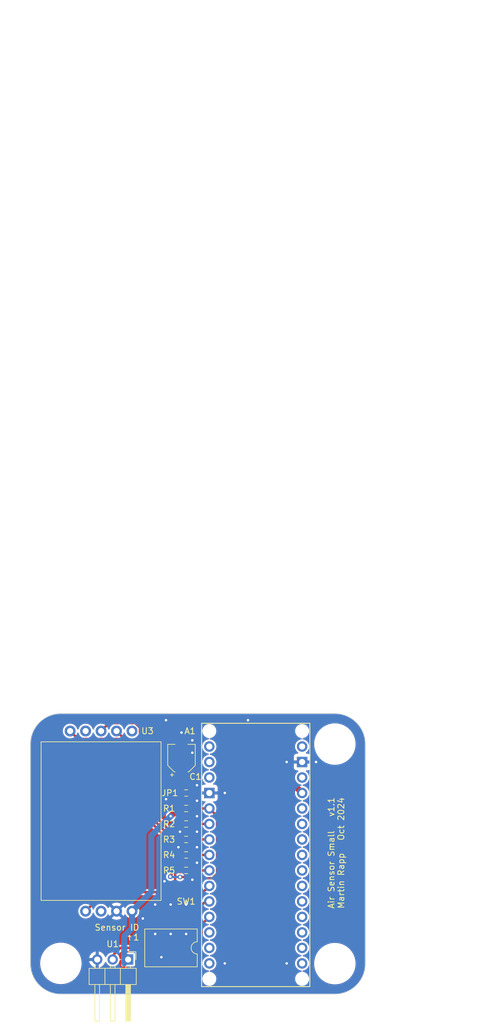
<source format=kicad_pcb>
(kicad_pcb (version 20240108) (generator "pcbnew") (generator_version "8.0")
  (title_block (comment 4 "AISLER Project ID: QGKEGWHW"))
  (layers (0 "F.Cu" signal) (31 "B.Cu" signal) (34 "B.Paste" user) (35 "F.Paste" user) (36 "B.SilkS" user "B.Silkscreen") (37 "F.SilkS" user "F.Silkscreen") (38 "B.Mask" user) (39 "F.Mask" user) (44 "Edge.Cuts" user))
  (net 0 "")
  (net 12 "CO2_TX")
  (net 13 "CO2_RX")
  (net 14 "CO2_PWM")
  (net 15 "CO2_CALIB")
  (net 16 "SENSORID1")
  (net 17 "SENSORID2")
  (net 18 "SENSORID3")
  (net 25 "+5V")
  (net 26 "GND")
  (net 27 "TEMP_HUM")
  (net 28 "Net-(U3-PWM)")
  (net 29 "Net-(U3-Rx)")
  (net 30 "Net-(U3-Tx)")
  (net 34 "Net-(JP1-B)")
  (footprint "PCM_arduino-library:Arduino_Nano_ESP32_Socket" (layer "F.Cu") (at 127 191.77)
    (property "Reference" "A1" (at -10.795 -41.91 0) (layer "F.SilkS"))
    (property "Value" "Arduino_Nano_ESP32_Socket")
    (fp_line (start -8.89 -43.18) (end -8.89 0) (stroke (width 0.15)) (layer "F.SilkS"))
    (fp_line (start -8.89 -43.18) (end 8.89 -43.18) (stroke (width 0.15)) (layer "F.SilkS"))
    (fp_line (start -8.89 0) (end 8.89 0) (stroke (width 0.15)) (layer "F.SilkS"))
    (fp_line (start 8.89 -43.18) (end 8.89 0) (stroke (width 0.15)) (layer "F.SilkS"))
    (pad "" np_thru_hole circle (at -7.62 -41.91) (size 1.8 1.8) (drill 1.8) (layers "*.Cu" "*.Mask"))
    (pad "" np_thru_hole circle (at -7.62 -1.27) (size 1.8 1.8) (drill 1.8) (layers "*.Cu" "*.Mask"))
    (pad "" np_thru_hole circle (at 7.62 -41.91) (size 1.8 1.8) (drill 1.8) (layers "*.Cu" "*.Mask"))
    (pad "" np_thru_hole circle (at 7.62 -1.27) (size 1.8 1.8) (drill 1.8) (layers "*.Cu" "*.Mask"))
    (pad "3V3" thru_hole circle (at 7.62 -6.35) (size 1.7272 1.7272) (drill 1.016) (layers "*.Cu" "*.Mask" "In1.Cu" "In2.Cu" "In3.Cu" "In4.Cu" "In5.Cu" "In6.Cu" "In7.Cu" "In8.Cu" "In9.Cu" "In10.Cu" "In11.Cu" "In12.Cu" "In13.Cu" "In14.Cu" "In15.Cu" "In16.Cu" "In17.Cu" "In18.Cu" "In19.Cu" "In20.Cu" "In21.Cu" "In22.Cu" "In23.Cu" "In24.Cu" "In25.Cu" "In26.Cu" "In27.Cu" "In28.Cu" "In29.Cu" "In30.Cu"))
    (pad "5V" thru_hole circle (at 7.62 -31.75) (size 1.7272 1.7272) (drill 1.016) (layers "*.Cu" "*.Mask" "In1.Cu" "In2.Cu" "In3.Cu" "In4.Cu" "In5.Cu" "In6.Cu" "In7.Cu" "In8.Cu" "In9.Cu" "In10.Cu" "In11.Cu" "In12.Cu" "In13.Cu" "In14.Cu" "In15.Cu" "In16.Cu" "In17.Cu" "In18.Cu" "In19.Cu" "In20.Cu" "In21.Cu" "In22.Cu" "In23.Cu" "In24.Cu" "In25.Cu" "In26.Cu" "In27.Cu" "In28.Cu" "In29.Cu" "In30.Cu") (net 34 "Net-(JP1-B)"))
    (pad "A0" thru_hole circle (at 7.62 -11.43) (size 1.7272 1.7272) (drill 1.016) (layers "*.Cu" "*.Mask" "In1.Cu" "In2.Cu" "In3.Cu" "In4.Cu" "In5.Cu" "In6.Cu" "In7.Cu" "In8.Cu" "In9.Cu" "In10.Cu" "In11.Cu" "In12.Cu" "In13.Cu" "In14.Cu" "In15.Cu" "In16.Cu" "In17.Cu" "In18.Cu" "In19.Cu" "In20.Cu" "In21.Cu" "In22.Cu" "In23.Cu" "In24.Cu" "In25.Cu" "In26.Cu" "In27.Cu" "In28.Cu" "In29.Cu" "In30.Cu"))
    (pad "A1" thru_hole circle (at 7.62 -13.97) (size 1.7272 1.7272) (drill 1.016) (layers "*.Cu" "*.Mask" "In1.Cu" "In2.Cu" "In3.Cu" "In4.Cu" "In5.Cu" "In6.Cu" "In7.Cu" "In8.Cu" "In9.Cu" "In10.Cu" "In11.Cu" "In12.Cu" "In13.Cu" "In14.Cu" "In15.Cu" "In16.Cu" "In17.Cu" "In18.Cu" "In19.Cu" "In20.Cu" "In21.Cu" "In22.Cu" "In23.Cu" "In24.Cu" "In25.Cu" "In26.Cu" "In27.Cu" "In28.Cu" "In29.Cu" "In30.Cu"))
    (pad "A2" thru_hole circle (at 7.62 -16.51) (size 1.7272 1.7272) (drill 1.016) (layers "*.Cu" "*.Mask" "In1.Cu" "In2.Cu" "In3.Cu" "In4.Cu" "In5.Cu" "In6.Cu" "In7.Cu" "In8.Cu" "In9.Cu" "In10.Cu" "In11.Cu" "In12.Cu" "In13.Cu" "In14.Cu" "In15.Cu" "In16.Cu" "In17.Cu" "In18.Cu" "In19.Cu" "In20.Cu" "In21.Cu" "In22.Cu" "In23.Cu" "In24.Cu" "In25.Cu" "In26.Cu" "In27.Cu" "In28.Cu" "In29.Cu" "In30.Cu"))
    (pad "A3" thru_hole circle (at 7.62 -19.05) (size 1.7272 1.7272) (drill 1.016) (layers "*.Cu" "*.Mask" "In1.Cu" "In2.Cu" "In3.Cu" "In4.Cu" "In5.Cu" "In6.Cu" "In7.Cu" "In8.Cu" "In9.Cu" "In10.Cu" "In11.Cu" "In12.Cu" "In13.Cu" "In14.Cu" "In15.Cu" "In16.Cu" "In17.Cu" "In18.Cu" "In19.Cu" "In20.Cu" "In21.Cu" "In22.Cu" "In23.Cu" "In24.Cu" "In25.Cu" "In26.Cu" "In27.Cu" "In28.Cu" "In29.Cu" "In30.Cu"))
    (pad "A4" thru_hole circle (at 7.62 -21.59) (size 1.7272 1.7272) (drill 1.016) (layers "*.Cu" "*.Mask" "In1.Cu" "In2.Cu" "In3.Cu" "In4.Cu" "In5.Cu" "In6.Cu" "In7.Cu" "In8.Cu" "In9.Cu" "In10.Cu" "In11.Cu" "In12.Cu" "In13.Cu" "In14.Cu" "In15.Cu" "In16.Cu" "In17.Cu" "In18.Cu" "In19.Cu" "In20.Cu" "In21.Cu" "In22.Cu" "In23.Cu" "In24.Cu" "In25.Cu" "In26.Cu" "In27.Cu" "In28.Cu" "In29.Cu" "In30.Cu"))
    (pad "A5" thru_hole circle (at 7.62 -24.13) (size 1.7272 1.7272) (drill 1.016) (layers "*.Cu" "*.Mask" "In1.Cu" "In2.Cu" "In3.Cu" "In4.Cu" "In5.Cu" "In6.Cu" "In7.Cu" "In8.Cu" "In9.Cu" "In10.Cu" "In11.Cu" "In12.Cu" "In13.Cu" "In14.Cu" "In15.Cu" "In16.Cu" "In17.Cu" "In18.Cu" "In19.Cu" "In20.Cu" "In21.Cu" "In22.Cu" "In23.Cu" "In24.Cu" "In25.Cu" "In26.Cu" "In27.Cu" "In28.Cu" "In29.Cu" "In30.Cu"))
    (pad "A6" thru_hole circle (at 7.62 -26.67) (size 1.7272 1.7272) (drill 1.016) (layers "*.Cu" "*.Mask" "In1.Cu" "In2.Cu" "In3.Cu" "In4.Cu" "In5.Cu" "In6.Cu" "In7.Cu" "In8.Cu" "In9.Cu" "In10.Cu" "In11.Cu" "In12.Cu" "In13.Cu" "In14.Cu" "In15.Cu" "In16.Cu" "In17.Cu" "In18.Cu" "In19.Cu" "In20.Cu" "In21.Cu" "In22.Cu" "In23.Cu" "In24.Cu" "In25.Cu" "In26.Cu" "In27.Cu" "In28.Cu" "In29.Cu" "In30.Cu"))
    (pad "A7" thru_hole circle (at 7.62 -29.21) (size 1.7272 1.7272) (drill 1.016) (layers "*.Cu" "*.Mask" "In1.Cu" "In2.Cu" "In3.Cu" "In4.Cu" "In5.Cu" "In6.Cu" "In7.Cu" "In8.Cu" "In9.Cu" "In10.Cu" "In11.Cu" "In12.Cu" "In13.Cu" "In14.Cu" "In15.Cu" "In16.Cu" "In17.Cu" "In18.Cu" "In19.Cu" "In20.Cu" "In21.Cu" "In22.Cu" "In23.Cu" "In24.Cu" "In25.Cu" "In26.Cu" "In27.Cu" "In28.Cu" "In29.Cu" "In30.Cu"))
    (pad "B0" thru_hole circle (at 7.62 -8.89) (size 1.7272 1.7272) (drill 1.016) (layers "*.Cu" "*.Mask" "In1.Cu" "In2.Cu" "In3.Cu" "In4.Cu" "In5.Cu" "In6.Cu" "In7.Cu" "In8.Cu" "In9.Cu" "In10.Cu" "In11.Cu" "In12.Cu" "In13.Cu" "In14.Cu" "In15.Cu" "In16.Cu" "In17.Cu" "In18.Cu" "In19.Cu" "In20.Cu" "In21.Cu" "In22.Cu" "In23.Cu" "In24.Cu" "In25.Cu" "In26.Cu" "In27.Cu" "In28.Cu" "In29.Cu" "In30.Cu"))
    (pad "B1" thru_hole circle (at 7.62 -34.29) (size 1.7272 1.7272) (drill 1.016) (layers "*.Cu" "*.Mask" "In1.Cu" "In2.Cu" "In3.Cu" "In4.Cu" "In5.Cu" "In6.Cu" "In7.Cu" "In8.Cu" "In9.Cu" "In10.Cu" "In11.Cu" "In12.Cu" "In13.Cu" "In14.Cu" "In15.Cu" "In16.Cu" "In17.Cu" "In18.Cu" "In19.Cu" "In20.Cu" "In21.Cu" "In22.Cu" "In23.Cu" "In24.Cu" "In25.Cu" "In26.Cu" "In27.Cu" "In28.Cu" "In29.Cu" "In30.Cu"))
    (pad "D0" thru_hole circle (at -7.62 -36.83) (size 1.7272 1.7272) (drill 1.016) (layers "*.Cu" "*.Mask" "In1.Cu" "In2.Cu" "In3.Cu" "In4.Cu" "In5.Cu" "In6.Cu" "In7.Cu" "In8.Cu" "In9.Cu" "In10.Cu" "In11.Cu" "In12.Cu" "In13.Cu" "In14.Cu" "In15.Cu" "In16.Cu" "In17.Cu" "In18.Cu" "In19.Cu" "In20.Cu" "In21.Cu" "In22.Cu" "In23.Cu" "In24.Cu" "In25.Cu" "In26.Cu" "In27.Cu" "In28.Cu" "In29.Cu" "In30.Cu"))
    (pad "D1" thru_hole circle (at -7.62 -39.37) (size 1.7272 1.7272) (drill 1.016) (layers "*.Cu" "*.Mask" "In1.Cu" "In2.Cu" "In3.Cu" "In4.Cu" "In5.Cu" "In6.Cu" "In7.Cu" "In8.Cu" "In9.Cu" "In10.Cu" "In11.Cu" "In12.Cu" "In13.Cu" "In14.Cu" "In15.Cu" "In16.Cu" "In17.Cu" "In18.Cu" "In19.Cu" "In20.Cu" "In21.Cu" "In22.Cu" "In23.Cu" "In24.Cu" "In25.Cu" "In26.Cu" "In27.Cu" "In28.Cu" "In29.Cu" "In30.Cu"))
    (pad "D2" thru_hole circle (at -7.62 -29.21) (size 1.7272 1.7272) (drill 1.016) (layers "*.Cu" "*.Mask" "In1.Cu" "In2.Cu" "In3.Cu" "In4.Cu" "In5.Cu" "In6.Cu" "In7.Cu" "In8.Cu" "In9.Cu" "In10.Cu" "In11.Cu" "In12.Cu" "In13.Cu" "In14.Cu" "In15.Cu" "In16.Cu" "In17.Cu" "In18.Cu" "In19.Cu" "In20.Cu" "In21.Cu" "In22.Cu" "In23.Cu" "In24.Cu" "In25.Cu" "In26.Cu" "In27.Cu" "In28.Cu" "In29.Cu" "In30.Cu") (net 27 "TEMP_HUM"))
    (pad "D3" thru_hole circle (at -7.62 -26.67) (size 1.7272 1.7272) (drill 1.016) (layers "*.Cu" "*.Mask" "In1.Cu" "In2.Cu" "In3.Cu" "In4.Cu" "In5.Cu" "In6.Cu" "In7.Cu" "In8.Cu" "In9.Cu" "In10.Cu" "In11.Cu" "In12.Cu" "In13.Cu" "In14.Cu" "In15.Cu" "In16.Cu" "In17.Cu" "In18.Cu" "In19.Cu" "In20.Cu" "In21.Cu" "In22.Cu" "In23.Cu" "In24.Cu" "In25.Cu" "In26.Cu" "In27.Cu" "In28.Cu" "In29.Cu" "In30.Cu") (net 12 "CO2_TX"))
    (pad "D4" thru_hole circle (at -7.62 -24.13) (size 1.7272 1.7272) (drill 1.016) (layers "*.Cu" "*.Mask" "In1.Cu" "In2.Cu" "In3.Cu" "In4.Cu" "In5.Cu" "In6.Cu" "In7.Cu" "In8.Cu" "In9.Cu" "In10.Cu" "In11.Cu" "In12.Cu" "In13.Cu" "In14.Cu" "In15.Cu" "In16.Cu" "In17.Cu" "In18.Cu" "In19.Cu" "In20.Cu" "In21.Cu" "In22.Cu" "In23.Cu" "In24.Cu" "In25.Cu" "In26.Cu" "In27.Cu" "In28.Cu" "In29.Cu" "In30.Cu") (net 13 "CO2_RX"))
    (pad "D5" thru_hole circle (at -7.62 -21.59) (size 1.7272 1.7272) (drill 1.016) (layers "*.Cu" "*.Mask" "In1.Cu" "In2.Cu" "In3.Cu" "In4.Cu" "In5.Cu" "In6.Cu" "In7.Cu" "In8.Cu" "In9.Cu" "In10.Cu" "In11.Cu" "In12.Cu" "In13.Cu" "In14.Cu" "In15.Cu" "In16.Cu" "In17.Cu" "In18.Cu" "In19.Cu" "In20.Cu" "In21.Cu" "In22.Cu" "In23.Cu" "In24.Cu" "In25.Cu" "In26.Cu" "In27.Cu" "In28.Cu" "In29.Cu" "In30.Cu") (net 14 "CO2_PWM"))
    (pad "D6" thru_hole circle (at -7.62 -19.05) (size 1.7272 1.7272) (drill 1.016) (layers "*.Cu" "*.Mask" "In1.Cu" "In2.Cu" "In3.Cu" "In4.Cu" "In5.Cu" "In6.Cu" "In7.Cu" "In8.Cu" "In9.Cu" "In10.Cu" "In11.Cu" "In12.Cu" "In13.Cu" "In14.Cu" "In15.Cu" "In16.Cu" "In17.Cu" "In18.Cu" "In19.Cu" "In20.Cu" "In21.Cu" "In22.Cu" "In23.Cu" "In24.Cu" "In25.Cu" "In26.Cu" "In27.Cu" "In28.Cu" "In29.Cu" "In30.Cu") (net 15 "CO2_CALIB"))
    (pad "D7" thru_hole circle (at -7.62 -16.51) (size 1.7272 1.7272) (drill 1.016) (layers "*.Cu" "*.Mask" "In1.Cu" "In2.Cu" "In3.Cu" "In4.Cu" "In5.Cu" "In6.Cu" "In7.Cu" "In8.Cu" "In9.Cu" "In10.Cu" "In11.Cu" "In12.Cu" "In13.Cu" "In14.Cu" "In15.Cu" "In16.Cu" "In17.Cu" "In18.Cu" "In19.Cu" "In20.Cu" "In21.Cu" "In22.Cu" "In23.Cu" "In24.Cu" "In25.Cu" "In26.Cu" "In27.Cu" "In28.Cu" "In29.Cu" "In30.Cu") (net 16 "SENSORID1"))
    (pad "D8" thru_hole circle (at -7.62 -13.97) (size 1.7272 1.7272) (drill 1.016) (layers "*.Cu" "*.Mask" "In1.Cu" "In2.Cu" "In3.Cu" "In4.Cu" "In5.Cu" "In6.Cu" "In7.Cu" "In8.Cu" "In9.Cu" "In10.Cu" "In11.Cu" "In12.Cu" "In13.Cu" "In14.Cu" "In15.Cu" "In16.Cu" "In17.Cu" "In18.Cu" "In19.Cu" "In20.Cu" "In21.Cu" "In22.Cu" "In23.Cu" "In24.Cu" "In25.Cu" "In26.Cu" "In27.Cu" "In28.Cu" "In29.Cu" "In30.Cu") (net 17 "SENSORID2"))
    (pad "D9" thru_hole circle (at -7.62 -11.43) (size 1.7272 1.7272) (drill 1.016) (layers "*.Cu" "*.Mask" "In1.Cu" "In2.Cu" "In3.Cu" "In4.Cu" "In5.Cu" "In6.Cu" "In7.Cu" "In8.Cu" "In9.Cu" "In10.Cu" "In11.Cu" "In12.Cu" "In13.Cu" "In14.Cu" "In15.Cu" "In16.Cu" "In17.Cu" "In18.Cu" "In19.Cu" "In20.Cu" "In21.Cu" "In22.Cu" "In23.Cu" "In24.Cu" "In25.Cu" "In26.Cu" "In27.Cu" "In28.Cu" "In29.Cu" "In30.Cu") (net 18 "SENSORID3"))
    (pad "D10" thru_hole circle (at -7.62 -8.89) (size 1.7272 1.7272) (drill 1.016) (layers "*.Cu" "*.Mask" "In1.Cu" "In2.Cu" "In3.Cu" "In4.Cu" "In5.Cu" "In6.Cu" "In7.Cu" "In8.Cu" "In9.Cu" "In10.Cu" "In11.Cu" "In12.Cu" "In13.Cu" "In14.Cu" "In15.Cu" "In16.Cu" "In17.Cu" "In18.Cu" "In19.Cu" "In20.Cu" "In21.Cu" "In22.Cu" "In23.Cu" "In24.Cu" "In25.Cu" "In26.Cu" "In27.Cu" "In28.Cu" "In29.Cu" "In30.Cu"))
    (pad "D11" thru_hole circle (at -7.62 -6.35) (size 1.7272 1.7272) (drill 1.016) (layers "*.Cu" "*.Mask" "In1.Cu" "In2.Cu" "In3.Cu" "In4.Cu" "In5.Cu" "In6.Cu" "In7.Cu" "In8.Cu" "In9.Cu" "In10.Cu" "In11.Cu" "In12.Cu" "In13.Cu" "In14.Cu" "In15.Cu" "In16.Cu" "In17.Cu" "In18.Cu" "In19.Cu" "In20.Cu" "In21.Cu" "In22.Cu" "In23.Cu" "In24.Cu" "In25.Cu" "In26.Cu" "In27.Cu" "In28.Cu" "In29.Cu" "In30.Cu"))
    (pad "D12" thru_hole circle (at -7.62 -3.81) (size 1.7272 1.7272) (drill 1.016) (layers "*.Cu" "*.Mask" "In1.Cu" "In2.Cu" "In3.Cu" "In4.Cu" "In5.Cu" "In6.Cu" "In7.Cu" "In8.Cu" "In9.Cu" "In10.Cu" "In11.Cu" "In12.Cu" "In13.Cu" "In14.Cu" "In15.Cu" "In16.Cu" "In17.Cu" "In18.Cu" "In19.Cu" "In20.Cu" "In21.Cu" "In22.Cu" "In23.Cu" "In24.Cu" "In25.Cu" "In26.Cu" "In27.Cu" "In28.Cu" "In29.Cu" "In30.Cu"))
    (pad "D13" thru_hole circle (at 7.62 -3.81) (size 1.7272 1.7272) (drill 1.016) (layers "*.Cu" "*.Mask" "In1.Cu" "In2.Cu" "In3.Cu" "In4.Cu" "In5.Cu" "In6.Cu" "In7.Cu" "In8.Cu" "In9.Cu" "In10.Cu" "In11.Cu" "In12.Cu" "In13.Cu" "In14.Cu" "In15.Cu" "In16.Cu" "In17.Cu" "In18.Cu" "In19.Cu" "In20.Cu" "In21.Cu" "In22.Cu" "In23.Cu" "In24.Cu" "In25.Cu" "In26.Cu" "In27.Cu" "In28.Cu" "In29.Cu" "In30.Cu"))
    (pad "GND1" thru_hole rect (at -7.62 -31.75) (size 1.7272 1.7272) (drill 1.016) (layers "*.Cu" "*.Mask" "In1.Cu" "In2.Cu" "In3.Cu" "In4.Cu" "In5.Cu" "In6.Cu" "In7.Cu" "In8.Cu" "In9.Cu" "In10.Cu" "In11.Cu" "In12.Cu" "In13.Cu" "In14.Cu" "In15.Cu" "In16.Cu" "In17.Cu" "In18.Cu" "In19.Cu" "In20.Cu" "In21.Cu" "In22.Cu" "In23.Cu" "In24.Cu" "In25.Cu" "In26.Cu" "In27.Cu" "In28.Cu" "In29.Cu" "In30.Cu") (net 26 "GND"))
    (pad "GND2" thru_hole rect (at 7.62 -36.83) (size 1.7272 1.7272) (drill 1.016) (layers "*.Cu" "*.Mask" "In1.Cu" "In2.Cu" "In3.Cu" "In4.Cu" "In5.Cu" "In6.Cu" "In7.Cu" "In8.Cu" "In9.Cu" "In10.Cu" "In11.Cu" "In12.Cu" "In13.Cu" "In14.Cu" "In15.Cu" "In16.Cu" "In17.Cu" "In18.Cu" "In19.Cu" "In20.Cu" "In21.Cu" "In22.Cu" "In23.Cu" "In24.Cu" "In25.Cu" "In26.Cu" "In27.Cu" "In28.Cu" "In29.Cu" "In30.Cu") (net 26 "GND"))
    (pad "RST" thru_hole circle (at -7.62 -34.29) (size 1.7272 1.7272) (drill 1.016) (layers "*.Cu" "*.Mask" "In1.Cu" "In2.Cu" "In3.Cu" "In4.Cu" "In5.Cu" "In6.Cu" "In7.Cu" "In8.Cu" "In9.Cu" "In10.Cu" "In11.Cu" "In12.Cu" "In13.Cu" "In14.Cu" "In15.Cu" "In16.Cu" "In17.Cu" "In18.Cu" "In19.Cu" "In20.Cu" "In21.Cu" "In22.Cu" "In23.Cu" "In24.Cu" "In25.Cu" "In26.Cu" "In27.Cu" "In28.Cu" "In29.Cu" "In30.Cu"))
    (pad "VIN" thru_hole circle (at 7.62 -39.37) (size 1.7272 1.7272) (drill 1.016) (layers "*.Cu" "*.Mask" "In1.Cu" "In2.Cu" "In3.Cu" "In4.Cu" "In5.Cu" "In6.Cu" "In7.Cu" "In8.Cu" "In9.Cu" "In10.Cu" "In11.Cu" "In12.Cu" "In13.Cu" "In14.Cu" "In15.Cu" "In16.Cu" "In17.Cu" "In18.Cu" "In19.Cu" "In20.Cu" "In21.Cu" "In22.Cu" "In23.Cu" "In24.Cu" "In25.Cu" "In26.Cu" "In27.Cu" "In28.Cu" "In29.Cu" "In30.Cu"))
  )
  (footprint "Capacitor_SMD:CP_Elec_4x5.4" (layer "F.Cu") (at 114.808 154.305 90)
    (property "Reference" "C1" (at -3.048 2.286 0) (layer "F.SilkS"))
    (property "Value" "22u")
    (fp_line (start 2.26 -2.26) (end 2.26 -1.06) (stroke (width 0.12)) (layer "F.SilkS"))
    (fp_line (start -1.195563 -2.26) (end 2.26 -2.26) (stroke (width 0.12)) (layer "F.SilkS"))
    (fp_line (start -2.75 -1.81) (end -2.75 -1.31) (stroke (width 0.12)) (layer "F.SilkS"))
    (fp_line (start -3 -1.56) (end -2.5 -1.56) (stroke (width 0.12)) (layer "F.SilkS"))
    (fp_line (start -2.26 -1.195563) (end -1.195563 -2.26) (stroke (width 0.12)) (layer "F.SilkS"))
    (fp_line (start -2.26 -1.195563) (end -2.26 -1.06) (stroke (width 0.12)) (layer "F.SilkS"))
    (fp_line (start -2.26 1.195563) (end -2.26 1.06) (stroke (width 0.12)) (layer "F.SilkS"))
    (fp_line (start -2.26 1.195563) (end -1.195563 2.26) (stroke (width 0.12)) (layer "F.SilkS"))
    (fp_line (start 2.26 2.26) (end 2.26 1.06) (stroke (width 0.12)) (layer "F.SilkS"))
    (fp_line (start -1.195563 2.26) (end 2.26 2.26) (stroke (width 0.12)) (layer "F.SilkS"))
    (pad "1" smd roundrect (at -1.8 0 90) (size 2.6 1.6) (layers "F.Cu" "F.Paste" "F.Mask") (roundrect_rratio 0.15625) (net 25 "+5V"))
    (pad "2" smd roundrect (at 1.8 0 90) (size 2.6 1.6) (layers "F.Cu" "F.Paste" "F.Mask") (roundrect_rratio 0.15625) (net 26 "GND"))
  )
  (footprint "Resistor_SMD:R_0603_1608Metric_Pad0.98x0.95mm_HandSolder" (layer "F.Cu") (at 115.57 167.64 180)
    (property "Reference" "R3" (at 2.794 0 0) (layer "F.SilkS"))
    (property "Value" "10k")
    (fp_line (start -0.254724 0.5225) (end 0.254724 0.5225) (stroke (width 0.12)) (layer "F.SilkS"))
    (fp_line (start -0.254724 -0.5225) (end 0.254724 -0.5225) (stroke (width 0.12)) (layer "F.SilkS"))
    (pad "1" smd roundrect (at -0.9125 0 180) (size 0.975 0.95) (layers "F.Cu" "F.Paste" "F.Mask") (net 13 "CO2_RX"))
    (pad "2" smd roundrect (at 0.9125 0 180) (size 0.975 0.95) (layers "F.Cu" "F.Paste" "F.Mask") (net 29 "Net-(U3-Rx)"))
  )
  (footprint "pcblib:PinHeader_1x03_P2.54mm_Horizontal_Polarized" (layer "F.Cu") (at 106.045 187.325 -90)
    (property "Reference" "U1" (at -2.54 2.54 180) (layer "F.SilkS"))
    (property "Value" "AM2302")
    (fp_line (start 1.44 6.41) (end 4.1 6.41) (stroke (width 0.12)) (layer "F.SilkS"))
    (fp_line (start 4.1 6.41) (end 4.1 -1.33) (stroke (width 0.12)) (layer "F.SilkS"))
    (fp_line (start 1.042929 5.46) (end 1.44 5.46) (stroke (width 0.12)) (layer "F.SilkS"))
    (fp_line (start 10.1 5.46) (end 4.1 5.46) (stroke (width 0.12)) (layer "F.SilkS"))
    (fp_line (start 1.042929 4.7) (end 1.44 4.7) (stroke (width 0.12)) (layer "F.SilkS"))
    (fp_line (start 4.1 4.7) (end 10.1 4.7) (stroke (width 0.12)) (layer "F.SilkS"))
    (fp_line (start 10.1 4.7) (end 10.1 5.46) (stroke (width 0.12)) (layer "F.SilkS"))
    (fp_line (start 1.44 3.81) (end 4.1 3.81) (stroke (width 0.12)) (layer "F.SilkS"))
    (fp_line (start 1.042929 2.92) (end 1.44 2.92) (stroke (width 0.12)) (layer "F.SilkS"))
    (fp_line (start 10.1 2.92) (end 4.1 2.92) (stroke (width 0.12)) (layer "F.SilkS"))
    (fp_line (start 1.042929 2.16) (end 1.44 2.16) (stroke (width 0.12)) (layer "F.SilkS"))
    (fp_line (start 4.1 2.16) (end 10.1 2.16) (stroke (width 0.12)) (layer "F.SilkS"))
    (fp_line (start 10.1 2.16) (end 10.1 2.92) (stroke (width 0.12)) (layer "F.SilkS"))
    (fp_line (start 1.44 1.27) (end 4.1 1.27) (stroke (width 0.12)) (layer "F.SilkS"))
    (fp_line (start 1.11 0.38) (end 1.44 0.38) (stroke (width 0.12)) (layer "F.SilkS"))
    (fp_line (start 10.1 0.38) (end 4.1 0.38) (stroke (width 0.12)) (layer "F.SilkS"))
    (fp_line (start 4.1 0.28) (end 10.1 0.28) (stroke (width 0.12)) (layer "F.SilkS"))
    (fp_line (start 4.1 0.16) (end 10.1 0.16) (stroke (width 0.12)) (layer "F.SilkS"))
    (fp_line (start 4.1 0.04) (end 10.1 0.04) (stroke (width 0.12)) (layer "F.SilkS"))
    (fp_line (start -1.27 0) (end -1.27 -1.27) (stroke (width 0.12)) (layer "F.SilkS"))
    (fp_line (start 4.1 -0.08) (end 10.1 -0.08) (stroke (width 0.12)) (layer "F.SilkS"))
    (fp_line (start 4.1 -0.2) (end 10.1 -0.2) (stroke (width 0.12)) (layer "F.SilkS"))
    (fp_line (start 4.1 -0.32) (end 10.1 -0.32) (stroke (width 0.12)) (layer "F.SilkS"))
    (fp_line (start 1.11 -0.38) (end 1.44 -0.38) (stroke (width 0.12)) (layer "F.SilkS"))
    (fp_line (start 4.1 -0.38) (end 10.1 -0.38) (stroke (width 0.12)) (layer "F.SilkS"))
    (fp_line (start 10.1 -0.38) (end 10.1 0.38) (stroke (width 0.12)) (layer "F.SilkS"))
    (fp_line (start -1.27 -1.27) (end 0 -1.27) (stroke (width 0.12)) (layer "F.SilkS"))
    (fp_line (start 1.44 -1.33) (end 1.44 6.41) (stroke (width 0.12)) (layer "F.SilkS"))
    (fp_line (start 4.1 -1.33) (end 1.44 -1.33) (stroke (width 0.12)) (layer "F.SilkS"))
    (pad "1" thru_hole rect (at 0 0 270) (size 1.7 1.7) (drill 1) (layers "*.Cu" "*.Mask" "In1.Cu" "In2.Cu" "In3.Cu" "In4.Cu" "In5.Cu" "In6.Cu" "In7.Cu" "In8.Cu" "In9.Cu" "In10.Cu" "In11.Cu" "In12.Cu" "In13.Cu" "In14.Cu" "In15.Cu" "In16.Cu" "In17.Cu" "In18.Cu" "In19.Cu" "In20.Cu" "In21.Cu" "In22.Cu" "In23.Cu" "In24.Cu" "In25.Cu" "In26.Cu" "In27.Cu" "In28.Cu" "In29.Cu" "In30.Cu") (net 25 "+5V"))
    (pad "2" thru_hole oval (at 0 2.54 270) (size 1.7 1.7) (drill 1) (layers "*.Cu" "*.Mask" "In1.Cu" "In2.Cu" "In3.Cu" "In4.Cu" "In5.Cu" "In6.Cu" "In7.Cu" "In8.Cu" "In9.Cu" "In10.Cu" "In11.Cu" "In12.Cu" "In13.Cu" "In14.Cu" "In15.Cu" "In16.Cu" "In17.Cu" "In18.Cu" "In19.Cu" "In20.Cu" "In21.Cu" "In22.Cu" "In23.Cu" "In24.Cu" "In25.Cu" "In26.Cu" "In27.Cu" "In28.Cu" "In29.Cu" "In30.Cu") (net 27 "TEMP_HUM"))
    (pad "3" thru_hole oval (at 0 5.08 270) (size 1.7 1.7) (drill 1) (layers "*.Cu" "*.Mask" "In1.Cu" "In2.Cu" "In3.Cu" "In4.Cu" "In5.Cu" "In6.Cu" "In7.Cu" "In8.Cu" "In9.Cu" "In10.Cu" "In11.Cu" "In12.Cu" "In13.Cu" "In14.Cu" "In15.Cu" "In16.Cu" "In17.Cu" "In18.Cu" "In19.Cu" "In20.Cu" "In21.Cu" "In22.Cu" "In23.Cu" "In24.Cu" "In25.Cu" "In26.Cu" "In27.Cu" "In28.Cu" "In29.Cu" "In30.Cu") (net 26 "GND"))
  )
  (footprint "MountingHole:MountingHole_3.2mm_M3_DIN965" (layer "F.Cu") (at 140 152)
    (property "Reference" "H1" (hide yes))
    (property "Value" "MountingHole")
    (pad "" np_thru_hole circle (at 0 0) (size 3.2 3.2) (drill 3.2) (layers "*.Cu" "*.Mask" "In1.Cu" "In2.Cu" "In3.Cu" "In4.Cu" "In5.Cu" "In6.Cu" "In7.Cu" "In8.Cu" "In9.Cu" "In10.Cu" "In11.Cu" "In12.Cu" "In13.Cu" "In14.Cu" "In15.Cu" "In16.Cu" "In17.Cu" "In18.Cu" "In19.Cu" "In20.Cu" "In21.Cu" "In22.Cu" "In23.Cu" "In24.Cu" "In25.Cu" "In26.Cu" "In27.Cu" "In28.Cu" "In29.Cu" "In30.Cu"))
  )
  (footprint "pcblib:MH-Z19C-PH" (layer "F.Cu") (at 106.68 179.4)
    (property "Reference" "U3" (at 2.54 -29.54 0) (layer "F.SilkS"))
    (property "Value" "~")
    (fp_rect (start -14.93 -27.77) (end 4.77 -1.77) (stroke (width 0.12)) (fill none) (layer "F.SilkS"))
    (pad "1" thru_hole circle (at 0 0) (size 1.8 1.8) (drill 1) (layers "*.Cu" "*.Mask" "In1.Cu" "In2.Cu" "In3.Cu" "In4.Cu" "In5.Cu" "In6.Cu" "In7.Cu" "In8.Cu" "In9.Cu" "In10.Cu" "In11.Cu" "In12.Cu" "In13.Cu" "In14.Cu" "In15.Cu" "In16.Cu" "In17.Cu" "In18.Cu" "In19.Cu" "In20.Cu" "In21.Cu" "In22.Cu" "In23.Cu" "In24.Cu" "In25.Cu" "In26.Cu" "In27.Cu" "In28.Cu" "In29.Cu" "In30.Cu") (net 25 "+5V"))
    (pad "2" thru_hole circle (at -2.54 0) (size 1.8 1.8) (drill 1) (layers "*.Cu" "*.Mask" "In1.Cu" "In2.Cu" "In3.Cu" "In4.Cu" "In5.Cu" "In6.Cu" "In7.Cu" "In8.Cu" "In9.Cu" "In10.Cu" "In11.Cu" "In12.Cu" "In13.Cu" "In14.Cu" "In15.Cu" "In16.Cu" "In17.Cu" "In18.Cu" "In19.Cu" "In20.Cu" "In21.Cu" "In22.Cu" "In23.Cu" "In24.Cu" "In25.Cu" "In26.Cu" "In27.Cu" "In28.Cu" "In29.Cu" "In30.Cu") (net 26 "GND"))
    (pad "3" thru_hole circle (at -5.08 0) (size 1.8 1.8) (drill 1) (layers "*.Cu" "*.Mask" "In1.Cu" "In2.Cu" "In3.Cu" "In4.Cu" "In5.Cu" "In6.Cu" "In7.Cu" "In8.Cu" "In9.Cu" "In10.Cu" "In11.Cu" "In12.Cu" "In13.Cu" "In14.Cu" "In15.Cu" "In16.Cu" "In17.Cu" "In18.Cu" "In19.Cu" "In20.Cu" "In21.Cu" "In22.Cu" "In23.Cu" "In24.Cu" "In25.Cu" "In26.Cu" "In27.Cu" "In28.Cu" "In29.Cu" "In30.Cu"))
    (pad "4" thru_hole circle (at -7.62 0) (size 1.8 1.8) (drill 1) (layers "*.Cu" "*.Mask" "In1.Cu" "In2.Cu" "In3.Cu" "In4.Cu" "In5.Cu" "In6.Cu" "In7.Cu" "In8.Cu" "In9.Cu" "In10.Cu" "In11.Cu" "In12.Cu" "In13.Cu" "In14.Cu" "In15.Cu" "In16.Cu" "In17.Cu" "In18.Cu" "In19.Cu" "In20.Cu" "In21.Cu" "In22.Cu" "In23.Cu" "In24.Cu" "In25.Cu" "In26.Cu" "In27.Cu" "In28.Cu" "In29.Cu" "In30.Cu") (net 28 "Net-(U3-PWM)"))
    (pad "5" thru_hole circle (at -10.16 -29.54) (size 1.8 1.8) (drill 1) (layers "*.Cu" "*.Mask" "In1.Cu" "In2.Cu" "In3.Cu" "In4.Cu" "In5.Cu" "In6.Cu" "In7.Cu" "In8.Cu" "In9.Cu" "In10.Cu" "In11.Cu" "In12.Cu" "In13.Cu" "In14.Cu" "In15.Cu" "In16.Cu" "In17.Cu" "In18.Cu" "In19.Cu" "In20.Cu" "In21.Cu" "In22.Cu" "In23.Cu" "In24.Cu" "In25.Cu" "In26.Cu" "In27.Cu" "In28.Cu" "In29.Cu" "In30.Cu") (net 15 "CO2_CALIB"))
    (pad "6" thru_hole circle (at -7.62 -29.54) (size 1.8 1.8) (drill 1) (layers "*.Cu" "*.Mask" "In1.Cu" "In2.Cu" "In3.Cu" "In4.Cu" "In5.Cu" "In6.Cu" "In7.Cu" "In8.Cu" "In9.Cu" "In10.Cu" "In11.Cu" "In12.Cu" "In13.Cu" "In14.Cu" "In15.Cu" "In16.Cu" "In17.Cu" "In18.Cu" "In19.Cu" "In20.Cu" "In21.Cu" "In22.Cu" "In23.Cu" "In24.Cu" "In25.Cu" "In26.Cu" "In27.Cu" "In28.Cu" "In29.Cu" "In30.Cu"))
    (pad "7" thru_hole circle (at -5.08 -29.54) (size 1.8 1.8) (drill 1) (layers "*.Cu" "*.Mask" "In1.Cu" "In2.Cu" "In3.Cu" "In4.Cu" "In5.Cu" "In6.Cu" "In7.Cu" "In8.Cu" "In9.Cu" "In10.Cu" "In11.Cu" "In12.Cu" "In13.Cu" "In14.Cu" "In15.Cu" "In16.Cu" "In17.Cu" "In18.Cu" "In19.Cu" "In20.Cu" "In21.Cu" "In22.Cu" "In23.Cu" "In24.Cu" "In25.Cu" "In26.Cu" "In27.Cu" "In28.Cu" "In29.Cu" "In30.Cu") (net 30 "Net-(U3-Tx)"))
    (pad "8" thru_hole circle (at -2.54 -29.54 90) (size 1.8 1.8) (drill 1) (layers "*.Cu" "*.Mask" "In1.Cu" "In2.Cu" "In3.Cu" "In4.Cu" "In5.Cu" "In6.Cu" "In7.Cu" "In8.Cu" "In9.Cu" "In10.Cu" "In11.Cu" "In12.Cu" "In13.Cu" "In14.Cu" "In15.Cu" "In16.Cu" "In17.Cu" "In18.Cu" "In19.Cu" "In20.Cu" "In21.Cu" "In22.Cu" "In23.Cu" "In24.Cu" "In25.Cu" "In26.Cu" "In27.Cu" "In28.Cu" "In29.Cu" "In30.Cu") (net 29 "Net-(U3-Rx)"))
    (pad "9" thru_hole circle (at 0 -29.54) (size 1.8 1.8) (drill 1) (layers "*.Cu" "*.Mask" "In1.Cu" "In2.Cu" "In3.Cu" "In4.Cu" "In5.Cu" "In6.Cu" "In7.Cu" "In8.Cu" "In9.Cu" "In10.Cu" "In11.Cu" "In12.Cu" "In13.Cu" "In14.Cu" "In15.Cu" "In16.Cu" "In17.Cu" "In18.Cu" "In19.Cu" "In20.Cu" "In21.Cu" "In22.Cu" "In23.Cu" "In24.Cu" "In25.Cu" "In26.Cu" "In27.Cu" "In28.Cu" "In29.Cu" "In30.Cu"))
  )
  (footprint "Resistor_SMD:R_0603_1608Metric_Pad0.98x0.95mm_HandSolder" (layer "F.Cu") (at 115.57 162.56)
    (property "Reference" "R1" (at -2.794 0 0) (layer "F.SilkS"))
    (property "Value" "10k")
    (fp_line (start -0.254724 -0.5225) (end 0.254724 -0.5225) (stroke (width 0.12)) (layer "F.SilkS"))
    (fp_line (start -0.254724 0.5225) (end 0.254724 0.5225) (stroke (width 0.12)) (layer "F.SilkS"))
    (pad "1" smd roundrect (at -0.9125 0) (size 0.975 0.95) (layers "F.Cu" "F.Paste" "F.Mask") (net 25 "+5V"))
    (pad "2" smd roundrect (at 0.9125 0) (size 0.975 0.95) (layers "F.Cu" "F.Paste" "F.Mask") (net 27 "TEMP_HUM"))
  )
  (footprint "MountingHole:MountingHole_3.2mm_M3_DIN965" (layer "F.Cu") (at 140 188)
    (property "Reference" "H2" (hide yes))
    (property "Value" "MountingHole")
    (pad "" np_thru_hole circle (at 0 0) (size 3.2 3.2) (drill 3.2) (layers "*.Cu" "*.Mask" "In1.Cu" "In2.Cu" "In3.Cu" "In4.Cu" "In5.Cu" "In6.Cu" "In7.Cu" "In8.Cu" "In9.Cu" "In10.Cu" "In11.Cu" "In12.Cu" "In13.Cu" "In14.Cu" "In15.Cu" "In16.Cu" "In17.Cu" "In18.Cu" "In19.Cu" "In20.Cu" "In21.Cu" "In22.Cu" "In23.Cu" "In24.Cu" "In25.Cu" "In26.Cu" "In27.Cu" "In28.Cu" "In29.Cu" "In30.Cu"))
  )
  (footprint "Resistor_SMD:R_0603_1608Metric_Pad0.98x0.95mm_HandSolder" (layer "F.Cu") (at 115.57 172.72)
    (property "Reference" "R5" (at -2.794 0 0) (layer "F.SilkS"))
    (property "Value" "10k")
    (fp_line (start -0.254724 -0.5225) (end 0.254724 -0.5225) (stroke (width 0.12)) (layer "F.SilkS"))
    (fp_line (start -0.254724 0.5225) (end 0.254724 0.5225) (stroke (width 0.12)) (layer "F.SilkS"))
    (pad "1" smd roundrect (at -0.9125 0) (size 0.975 0.95) (layers "F.Cu" "F.Paste" "F.Mask") (net 25 "+5V"))
    (pad "2" smd roundrect (at 0.9125 0) (size 0.975 0.95) (layers "F.Cu" "F.Paste" "F.Mask") (net 15 "CO2_CALIB"))
  )
  (footprint "pcblib:SMD_Switch-3_W7.62mm" (layer "F.Cu") (at 115.62 185.42 -90)
    (property "Reference" "SW1" (at -7.62 0.05 0) (layer "F.SilkS"))
    (property "Value" "SW_DIP_x03")
    (fp_line (start -3.1 6.85) (end 3.1 6.85) (stroke (width 0.12)) (layer "F.SilkS"))
    (fp_line (start 3.1 6.85) (end 3.1 -1.77) (stroke (width 0.12)) (layer "F.SilkS"))
    (fp_line (start -3.1 -1.77) (end -3.1 6.85) (stroke (width 0.12)) (layer "F.SilkS"))
    (fp_line (start -1 -1.77) (end -3.1 -1.77) (stroke (width 0.12)) (layer "F.SilkS"))
    (fp_line (start 3.1 -1.77) (end 1 -1.77) (stroke (width 0.12)) (layer "F.SilkS"))
    (fp_arc (start 1 -1.77) (mid 0 -0.77) (end -1 -1.77) (stroke (width 0.12)) (layer "F.SilkS"))
    (pad "1" smd rect (at -4.7 0 270) (size 2 1.1) (layers "F.Cu" "F.Paste" "F.Mask") (net 26 "GND"))
    (pad "2" smd rect (at -4.7 2.54 270) (size 2 1.1) (layers "F.Cu" "F.Paste" "F.Mask") (net 26 "GND"))
    (pad "3" smd rect (at -4.7 5.08 270) (size 2 1.1) (layers "F.Cu" "F.Paste" "F.Mask") (net 26 "GND"))
    (pad "4" smd rect (at 4.7 5.08 270) (size 2 1.1) (layers "F.Cu" "F.Paste" "F.Mask") (net 16 "SENSORID1"))
    (pad "5" smd rect (at 4.7 2.54 270) (size 2 1.1) (layers "F.Cu" "F.Paste" "F.Mask") (net 17 "SENSORID2"))
    (pad "6" smd rect (at 4.7 0 270) (size 2 1.1) (layers "F.Cu" "F.Paste" "F.Mask") (net 18 "SENSORID3"))
  )
  (footprint "Resistor_SMD:R_0603_1608Metric_Pad0.98x0.95mm_HandSolder" (layer "F.Cu") (at 115.57 160.02 180)
    (property "Reference" "JP1" (at 2.667 0 0) (layer "F.SilkS"))
    (property "Value" "Jumper_2_Bridged")
    (fp_line (start -0.254724 0.5225) (end 0.254724 0.5225) (stroke (width 0.12)) (layer "F.SilkS"))
    (fp_line (start -0.254724 -0.5225) (end 0.254724 -0.5225) (stroke (width 0.12)) (layer "F.SilkS"))
    (pad "1" smd roundrect (at -0.9125 0 180) (size 0.975 0.95) (layers "F.Cu" "F.Paste" "F.Mask") (net 25 "+5V"))
    (pad "2" smd roundrect (at 0.9125 0 180) (size 0.975 0.95) (layers "F.Cu" "F.Paste" "F.Mask") (net 34 "Net-(JP1-B)"))
  )
  (footprint "Resistor_SMD:R_0603_1608Metric_Pad0.98x0.95mm_HandSolder" (layer "F.Cu") (at 115.57 165.1 180)
    (property "Reference" "R2" (at 2.794 0 0) (layer "F.SilkS"))
    (property "Value" "10k")
    (fp_line (start -0.254724 0.5225) (end 0.254724 0.5225) (stroke (width 0.12)) (layer "F.SilkS"))
    (fp_line (start -0.254724 -0.5225) (end 0.254724 -0.5225) (stroke (width 0.12)) (layer "F.SilkS"))
    (pad "1" smd roundrect (at -0.9125 0 180) (size 0.975 0.95) (layers "F.Cu" "F.Paste" "F.Mask") (net 12 "CO2_TX"))
    (pad "2" smd roundrect (at 0.9125 0 180) (size 0.975 0.95) (layers "F.Cu" "F.Paste" "F.Mask") (net 30 "Net-(U3-Tx)"))
  )
  (footprint "Resistor_SMD:R_0603_1608Metric_Pad0.98x0.95mm_HandSolder" (layer "F.Cu") (at 115.57 170.18 180)
    (property "Reference" "R4" (at 2.794 0 0) (layer "F.SilkS"))
    (property "Value" "10k")
    (fp_line (start -0.254724 0.5225) (end 0.254724 0.5225) (stroke (width 0.12)) (layer "F.SilkS"))
    (fp_line (start -0.254724 -0.5225) (end 0.254724 -0.5225) (stroke (width 0.12)) (layer "F.SilkS"))
    (pad "1" smd roundrect (at -0.9125 0 180) (size 0.975 0.95) (layers "F.Cu" "F.Paste" "F.Mask") (net 14 "CO2_PWM"))
    (pad "2" smd roundrect (at 0.9125 0 180) (size 0.975 0.95) (layers "F.Cu" "F.Paste" "F.Mask") (net 28 "Net-(U3-PWM)"))
  )
  (footprint "MountingHole:MountingHole_3.2mm_M3_DIN965" (layer "F.Cu") (at 95 187.96)
    (property "Reference" "H3" (hide yes))
    (property "Value" "MountingHole")
    (pad "" np_thru_hole circle (at 0 0) (size 3.2 3.2) (drill 3.2) (layers "*.Cu" "*.Mask" "In1.Cu" "In2.Cu" "In3.Cu" "In4.Cu" "In5.Cu" "In6.Cu" "In7.Cu" "In8.Cu" "In9.Cu" "In10.Cu" "In11.Cu" "In12.Cu" "In13.Cu" "In14.Cu" "In15.Cu" "In16.Cu" "In17.Cu" "In18.Cu" "In19.Cu" "In20.Cu" "In21.Cu" "In22.Cu" "In23.Cu" "In24.Cu" "In25.Cu" "In26.Cu" "In27.Cu" "In28.Cu" "In29.Cu" "In30.Cu"))
  )
  (gr_arc (start 140 147) (mid 143.535534 148.464466) (end 145 152) (stroke (width 0.1)) (layer "Edge.Cuts"))
  (gr_line (start 145 188) (end 145 152) (stroke (width 0.1)) (layer "Edge.Cuts"))
  (gr_arc (start 145 188) (mid 143.535534 191.535534) (end 140 193) (stroke (width 0.1)) (layer "Edge.Cuts"))
  (gr_line (start 95 193) (end 140 193) (stroke (width 0.1)) (layer "Edge.Cuts"))
  (gr_arc (start 95 193) (mid 91.464466 191.535534) (end 90 188) (stroke (width 0.1)) (layer "Edge.Cuts"))
  (gr_arc (start 90 152) (mid 91.464466 148.464466) (end 95 147) (stroke (width 0.1)) (layer "Edge.Cuts"))
  (gr_line (start 140 147) (end 95 147) (stroke (width 0.1)) (layer "Edge.Cuts"))
  (gr_line (start 90 152) (end 90 188) (stroke (width 0.1)) (layer "Edge.Cuts"))
  (gr_text "Sensor ID\n↑1" (at 107.95 182.88 0) (layer "F.SilkS") (effects (font (size 1 1)) (justify right)))
  (gr_text "Air Sensor Small\nMartin Rapp" (at 141.605 179.07 90) (layer "F.SilkS") (effects (font (size 1 1)) (justify left bottom)))
  (gr_text "v1.1\nOct 2024" (at 141.605 160.655 90) (layer "F.SilkS") (effects (font (size 1 1)) (justify right bottom)))
  (segment (start 116.4825 165.1) (end 119.38 165.1) (width 0.4) (layer "F.Cu") (net 12))
  (segment (start 119.38 167.64) (end 116.4825 167.64) (width 0.4) (layer "F.Cu") (net 13))
  (segment (start 116.4825 170.18) (end 119.38 170.18) (width 0.4) (layer "F.Cu") (net 14))
  (segment (start 107.385 153.953528) (end 107.385 162.422056) (width 0.4) (layer "F.Cu") (net 15))
  (segment (start 115.4075 173.795) (end 114.57 173.795) (width 0.4) (layer "F.Cu") (net 15))
  (segment (start 116.4825 172.72) (end 115.4075 173.795) (width 0.4) (layer "F.Cu") (net 15))
  (segment (start 119.38 172.72) (end 116.4825 172.72) (width 0.4) (layer "F.Cu") (net 15))
  (segment (start 104.591472 151.16) (end 107.385 153.953528) (width 0.4) (layer "F.Cu") (net 15))
  (segment (start 113.17 168.207056) (end 113.17 173.536) (width 0.4) (layer "F.Cu") (net 15))
  (segment (start 113.17 173.536) (end 112.97 173.736) (width 0.4) (layer "F.Cu") (net 15))
  (segment (start 96.52 149.86) (end 97.82 151.16) (width 0.4) (layer "F.Cu") (net 15))
  (segment (start 97.82 151.16) (end 104.591472 151.16) (width 0.4) (layer "F.Cu") (net 15))
  (segment (start 107.385 162.422056) (end 113.17 168.207056) (width 0.4) (layer "F.Cu") (net 15))
  (via (at 112.97 173.736) (size 0.8) (drill 0.4) (layers "F.Cu" "B.Cu") (net 15))
  (via (at 114.57 173.795) (size 0.8) (drill 0.4) (layers "F.Cu" "B.Cu") (net 15))
  (segment (start 113.029 173.795) (end 112.97 173.736) (width 0.4) (layer "B.Cu") (net 15))
  (segment (start 114.57 173.795) (end 113.029 173.795) (width 0.4) (layer "B.Cu") (net 15))
  (segment (start 119.38 175.26) (end 116.84 177.8) (width 0.4) (layer "F.Cu") (net 16))
  (segment (start 116.84 177.8) (end 116.84 183.722944) (width 0.4) (layer "F.Cu") (net 16))
  (segment (start 110.54 190.022944) (end 110.54 190.12) (width 0.4) (layer "F.Cu") (net 16))
  (segment (start 116.84 183.722944) (end 110.54 190.022944) (width 0.4) (layer "F.Cu") (net 16))
  (segment (start 117.475 179.07) (end 117.475 183.936472) (width 0.4) (layer "F.Cu") (net 17))
  (segment (start 118.745 177.8) (end 117.475 179.07) (width 0.4) (layer "F.Cu") (net 17))
  (segment (start 119.38 177.8) (end 118.745 177.8) (width 0.4) (layer "F.Cu") (net 17))
  (segment (start 117.475 183.936472) (end 113.08 188.331472) (width 0.4) (layer "F.Cu") (net 17))
  (segment (start 113.08 188.331472) (end 113.08 190.12) (width 0.4) (layer "F.Cu") (net 17))
  (segment (start 118.11 181.61) (end 118.11 184.15) (width 0.4) (layer "F.Cu") (net 18))
  (segment (start 118.11 184.15) (end 115.62 186.64) (width 0.4) (layer "F.Cu") (net 18))
  (segment (start 119.38 180.34) (end 118.11 181.61) (width 0.4) (layer "F.Cu") (net 18))
  (segment (start 115.62 186.64) (end 115.62 190.12) (width 0.4) (layer "F.Cu") (net 18))
  (segment (start 114.6575 162.56) (end 115.57 163.4725) (width 0.4) (layer "F.Cu") (net 25))
  (segment (start 116.4825 160.02) (end 114.6575 161.845) (width 1) (layer "F.Cu") (net 25))
  (segment (start 115.57 170.663142) (end 114.6575 171.575642) (width 0.4) (layer "F.Cu") (net 25))
  (segment (start 113.03 163.83) (end 114.3 162.56) (width 1) (layer "F.Cu") (net 25))
  (segment (start 116.4825 160.02) (end 114.808 158.3455) (width 1) (layer "F.Cu") (net 25))
  (segment (start 114.808 158.3455) (end 114.808 156.105) (width 1) (layer "F.Cu") (net 25))
  (segment (start 114.6575 161.845) (end 114.6575 162.56) (width 1) (layer "F.Cu") (net 25))
  (segment (start 114.6575 171.575642) (end 114.6575 172.72) (width 0.4) (layer "F.Cu") (net 25))
  (segment (start 115.57 163.4725) (end 115.57 170.663142) (width 0.4) (layer "F.Cu") (net 25))
  (segment (start 114.3 162.56) (end 114.6575 162.56) (width 1) (layer "F.Cu") (net 25))
  (via (at 113.03 163.83) (size 0.8) (drill 0.4) (layers "F.Cu" "B.Cu") (net 25))
  (segment (start 106.68 179.4) (end 109.855 176.225) (width 1) (layer "B.Cu") (net 25))
  (segment (start 109.855 176.225) (end 109.855 167.005) (width 1) (layer "B.Cu") (net 25))
  (segment (start 105.41 183.515) (end 106.68 182.245) (width 1) (layer "B.Cu") (net 25))
  (segment (start 109.855 167.005) (end 113.03 163.83) (width 1) (layer "B.Cu") (net 25))
  (segment (start 106.68 182.245) (end 106.68 179.4) (width 1) (layer "B.Cu") (net 25))
  (segment (start 105.41 187.96) (end 105.41 183.515) (width 1) (layer "B.Cu") (net 25))
  (via (at 113.03 183.134) (size 0.8) (drill 0.4) (layers "F.Cu" "B.Cu") (net 26))
  (via (at 116.586 151.384) (size 0.8) (drill 0.4) (layers "F.Cu" "B.Cu") (net 26))
  (via (at 108.458 180.594) (size 0.8) (drill 0.4) (layers "F.Cu" "B.Cu") (net 26))
  (via (at 110.49 178.308) (size 0.8) (drill 0.4) (layers "F.Cu" "B.Cu") (net 26))
  (via (at 125.73 148.082) (size 0.8) (drill 0.4) (layers "F.Cu" "B.Cu") (net 26))
  (via (at 117.348 158.75) (size 0.8) (drill 0.4) (layers "F.Cu" "B.Cu") (net 26))
  (via (at 117.348 168.91) (size 0.8) (drill 0.4) (layers "F.Cu" "B.Cu") (net 26))
  (via (at 115.57 183.134) (size 0.8) (drill 0.4) (layers "F.Cu" "B.Cu") (net 26))
  (via (at 132.08 154.94) (size 0.8) (drill 0.4) (layers "F.Cu" "B.Cu") (net 26))
  (via (at 121.92 187.96) (size 0.8) (drill 0.4) (layers "F.Cu" "B.Cu") (net 26))
  (via (at 114.554 166.37) (size 0.8) (drill 0.4) (layers "F.Cu" "B.Cu") (net 26))
  (via (at 116.586 174.244) (size 0.8) (drill 0.4) (layers "F.Cu" "B.Cu") (net 26))
  (via (at 112.014 174.498) (size 0.8) (drill 0.4) (layers "F.Cu" "B.Cu") (net 26))
  (via (at 112.268 161.036) (size 0.8) (drill 0.4) (layers "F.Cu" "B.Cu") (net 26))
  (via (at 117.348 166.37) (size 0.8) (drill 0.4) (layers "F.Cu" "B.Cu") (net 26))
  (via (at 111.506 186.944) (size 0.8) (drill 0.4) (layers "F.Cu" "B.Cu") (net 26))
  (via (at 114.808 150.114) (size 0.8) (drill 0.4) (layers "F.Cu" "B.Cu") (net 26))
  (via (at 115.57 178.308) (size 0.8) (drill 0.4) (layers "F.Cu" "B.Cu") (net 26))
  (via (at 113.03 178.308) (size 0.8) (drill 0.4) (layers "F.Cu" "B.Cu") (net 26))
  (via (at 117.348 163.83) (size 0.8) (drill 0.4) (layers "F.Cu" "B.Cu") (net 26))
  (via (at 117.348 161.29) (size 0.8) (drill 0.4) (layers "F.Cu" "B.Cu") (net 26))
  (via (at 136.906 154.94) (size 0.8) (drill 0.4) (layers "F.Cu" "B.Cu") (net 26))
  (via (at 132.08 187.96) (size 0.8) (drill 0.4) (layers "F.Cu" "B.Cu") (net 26))
  (via (at 114.3 168.91) (size 0.8) (drill 0.4) (layers "F.Cu" "B.Cu") (net 26))
  (via (at 112.268 148.082) (size 0.8) (drill 0.4) (layers "F.Cu" "B.Cu") (net 26))
  (via (at 117.348 171.45) (size 0.8) (drill 0.4) (layers "F.Cu" "B.Cu") (net 26))
  (via (at 116.586 153.416) (size 0.8) (drill 0.4) (layers "F.Cu" "B.Cu") (net 26))
  (via (at 110.49 183.134) (size 0.8) (drill 0.4) (layers "F.Cu" "B.Cu") (net 26))
  (via (at 121.92 160.02) (size 0.8) (drill 0.4) (layers "F.Cu" "B.Cu") (net 26))
  (segment (start 103.505 186.69) (end 103.505 187.325) (width 0.4) (layer "F.Cu") (net 27))
  (segment (start 112.268 185.42) (end 104.775 185.42) (width 0.4) (layer "F.Cu") (net 27))
  (segment (start 118.218971 173.9964) (end 114.554 177.66137) (width 0.4) (layer "F.Cu") (net 27))
  (segment (start 120.6436 163.8236) (end 120.6436 173.256201) (width 0.4) (layer "F.Cu") (net 27))
  (segment (start 114.554 183.134) (end 112.268 185.42) (width 0.4) (layer "F.Cu") (net 27))
  (segment (start 119.903401 173.9964) (end 118.218971 173.9964) (width 0.4) (layer "F.Cu") (net 27))
  (segment (start 119.38 162.56) (end 120.6436 163.8236) (width 0.4) (layer "F.Cu") (net 27))
  (segment (start 120.6436 173.256201) (end 119.903401 173.9964) (width 0.4) (layer "F.Cu") (net 27))
  (segment (start 114.554 177.66137) (end 114.554 183.134) (width 0.4) (layer "F.Cu") (net 27))
  (segment (start 104.775 185.42) (end 103.505 186.69) (width 0.4) (layer "F.Cu") (net 27))
  (segment (start 119.38 162.56) (end 116.4825 162.56) (width 0.4) (layer "F.Cu") (net 27))
  (segment (start 99.06 179.4) (end 102.184 176.276) (width 0.4) (layer "F.Cu") (net 28))
  (segment (start 113.77 171.0675) (end 114.6575 170.18) (width 0.4) (layer "F.Cu") (net 28))
  (segment (start 112.014 176.276) (end 113.77 174.52) (width 0.4) (layer "F.Cu") (net 28))
  (segment (start 113.77 174.52) (end 113.77 171.0675) (width 0.4) (layer "F.Cu") (net 28))
  (segment (start 102.184 176.276) (end 112.014 176.276) (width 0.4) (layer "F.Cu") (net 28))
  (segment (start 107.985 162.173528) (end 113.451472 167.64) (width 0.4) (layer "F.Cu") (net 29))
  (segment (start 107.985 153.705) (end 107.985 162.173528) (width 0.4) (layer "F.Cu") (net 29))
  (segment (start 104.14 149.86) (end 107.985 153.705) (width 0.4) (layer "F.Cu") (net 29))
  (segment (start 113.451472 167.64) (end 114.6575 167.64) (width 0.4) (layer "F.Cu") (net 29))
  (segment (start 108.585 161.925) (end 112.522 165.862) (width 0.4) (layer "F.Cu") (net 30))
  (segment (start 101.6 149.86) (end 102.9 148.56) (width 0.4) (layer "F.Cu") (net 30))
  (segment (start 112.522 165.862) (end 113.8955 165.862) (width 0.4) (layer "F.Cu") (net 30))
  (segment (start 108.585 153.456472) (end 108.585 161.925) (width 0.4) (layer "F.Cu") (net 30))
  (segment (start 107.218478 148.56) (end 107.98 149.321522) (width 0.4) (layer "F.Cu") (net 30))
  (segment (start 107.98 152.851472) (end 108.585 153.456472) (width 0.4) (layer "F.Cu") (net 30))
  (segment (start 102.9 148.56) (end 107.218478 148.56) (width 0.4) (layer "F.Cu") (net 30))
  (segment (start 113.8955 165.862) (end 114.6575 165.1) (width 0.4) (layer "F.Cu") (net 30))
  (segment (start 107.98 149.321522) (end 107.98 152.851472) (width 0.4) (layer "F.Cu") (net 30))
  (segment (start 122.81 148.21) (end 134.62 160.02) (width 1) (layer "F.Cu") (net 34))
  (segment (start 113.308 149.582) (end 114.68 148.21) (width 1) (layer "F.Cu") (net 34))
  (segment (start 114.68 148.21) (end 122.81 148.21) (width 1) (layer "F.Cu") (net 34))
  (segment (start 114.6575 160.02) (end 113.308 158.6705) (width 1) (layer "F.Cu") (net 34))
  (segment (start 113.308 158.6705) (end 113.308 149.582) (width 1) (layer "F.Cu") (net 34))
  (zone (net 26) (net_name "GND") (layers "F.Cu" "B.Cu") (connect_pads (clearance 0.3)) (min_thickness 0.25) (fill yes (thermal_gap 0.5) (thermal_bridge_width 0.5))
    (polygon (pts (xy 85 30) (xy 165 30) (xy 165 195) (xy 85 195)))
  )
)
</source>
